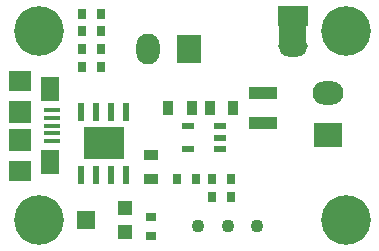
<source format=gts>
%TF.FileFunction,Soldermask,Top*%
%FSLAX46Y46*%
G04 Gerber Fmt 4.6, Leading zero omitted, Abs format (unit mm)*
G04 Created by KiCad (PCBNEW (after 2015-jan-16 BZR unknown)-product) date Mon 27 Apr 2015 12:49:16 PM CEST*
%MOMM*%
G01*
G04 APERTURE LIST*
%ADD10C,0.100000*%
%ADD11R,1.050000X0.600000*%
%ADD12R,0.600000X1.600000*%
%ADD13R,3.400000X2.700000*%
%ADD14R,2.400000X2.000000*%
%ADD15O,2.600000X2.000000*%
%ADD16R,2.000000X2.400000*%
%ADD17O,2.000000X2.600000*%
%ADD18C,1.100000*%
%ADD19R,1.300000X0.900000*%
%ADD20R,0.900000X1.300000*%
%ADD21R,0.800000X0.900000*%
%ADD22R,2.400000X1.100000*%
%ADD23R,0.900000X0.800000*%
%ADD24R,1.500000X1.600000*%
%ADD25R,1.200000X1.200000*%
%ADD26R,1.600000X2.100000*%
%ADD27R,1.900000X1.900000*%
%ADD28R,1.350000X0.400000*%
%ADD29R,1.900000X1.800000*%
%ADD30R,2.500000X1.800000*%
%ADD31O,2.500000X1.800000*%
%ADD32C,4.200000*%
%ADD33C,0.150000*%
G04 APERTURE END LIST*
D10*
D11*
X136350000Y-99950000D03*
X136350000Y-99000000D03*
X136350000Y-98050000D03*
X133650000Y-98050000D03*
X133650000Y-99950000D03*
D12*
X124595000Y-102200000D03*
X125865000Y-102200000D03*
X127135000Y-102200000D03*
X128405000Y-102200000D03*
X128405000Y-96800000D03*
X127135000Y-96800000D03*
X125865000Y-96800000D03*
X124595000Y-96800000D03*
D13*
X126500000Y-99500000D03*
D14*
X145500000Y-98750000D03*
D15*
X145500000Y-95250000D03*
D16*
X133750000Y-91500000D03*
D17*
X130250000Y-91500000D03*
D18*
X134500000Y-106500000D03*
X137000000Y-106500000D03*
X139500000Y-106500000D03*
D19*
X130500000Y-102500000D03*
X130500000Y-100500000D03*
D20*
X132000000Y-96500000D03*
X134000000Y-96500000D03*
X137500000Y-96500000D03*
X135500000Y-96500000D03*
D21*
X124700000Y-90000000D03*
X126300000Y-90000000D03*
X124700000Y-88500000D03*
X126300000Y-88500000D03*
D22*
X140000000Y-97800000D03*
X140000000Y-95200000D03*
D21*
X126300000Y-93000000D03*
X124700000Y-93000000D03*
X126300000Y-91500000D03*
X124700000Y-91500000D03*
D23*
X130500000Y-105700000D03*
X130500000Y-107300000D03*
D21*
X134300000Y-102500000D03*
X132700000Y-102500000D03*
X137300000Y-104000000D03*
X135700000Y-104000000D03*
D24*
X125050000Y-106000000D03*
D25*
X128300000Y-107000000D03*
X128300000Y-105000000D03*
D21*
X135700000Y-102500000D03*
X137300000Y-102500000D03*
D26*
X122000000Y-94900000D03*
X122000000Y-101100000D03*
D27*
X119450000Y-96800000D03*
X119450000Y-99200000D03*
D28*
X122125000Y-96700000D03*
X122125000Y-97350000D03*
X122125000Y-98000000D03*
X122125000Y-98650000D03*
X122125000Y-99300000D03*
D29*
X119450000Y-94200000D03*
X119450000Y-101800000D03*
D30*
X142500000Y-88730000D03*
D31*
X142500000Y-91270000D03*
D32*
X121000000Y-90000000D03*
X147000000Y-106000000D03*
X147000000Y-90000000D03*
X121000000Y-106000000D03*
D33*
G36*
X143575000Y-91325000D02*
X141425000Y-91325000D01*
X141425000Y-89425000D01*
X143575000Y-89425000D01*
X143575000Y-91325000D01*
X143575000Y-91325000D01*
G37*
X143575000Y-91325000D02*
X141425000Y-91325000D01*
X141425000Y-89425000D01*
X143575000Y-89425000D01*
X143575000Y-91325000D01*
M02*

</source>
